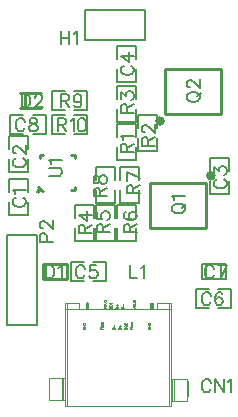
<source format=gto>
G04 ---------------------------- Layer name :TOP SILK LAYER*
G04 EasyEDA v5.8.22, Wed, 26 Dec 2018 05:37:28 GMT*
G04 8ad1f06e4ff34cadb9936333048842b5*
G04 Gerber Generator version 0.2*
G04 Scale: 100 percent, Rotated: No, Reflected: No *
G04 Dimensions in inches *
G04 leading zeros omitted , absolute positions ,2 integer and 4 decimal *
%FSLAX24Y24*%
%MOIN*%
G90*
G70D02*

%ADD10C,0.010000*%
%ADD17C,0.008000*%
%ADD40C,0.004000*%
%ADD41C,0.003937*%
%ADD42C,0.001968*%
%ADD43C,0.007874*%
%ADD44C,0.005080*%
%ADD45C,0.007992*%
%ADD46C,0.015748*%
%ADD47C,0.007000*%

%LPD*%
G54D40*
G01X5660Y196D02*
G01X6210Y196D01*
G54D41*
G01X2140Y0D02*
G01X2140Y3444D01*
G01X5660Y0D02*
G01X5660Y3444D01*
G01X2140Y0D02*
G01X5660Y0D01*
G54D42*
G01X2140Y3236D02*
G01X5660Y3236D01*
G54D40*
G01X6222Y338D02*
G01X6222Y861D01*
G01X6214Y196D02*
G01X6214Y925D01*
G01X1588Y201D02*
G01X2140Y201D01*
G01X1588Y936D02*
G01X2140Y936D01*
G01X1588Y205D02*
G01X1588Y932D01*
G01X2038Y209D02*
G01X2038Y936D01*
G01X5757Y196D02*
G01X5757Y925D01*
G01X2076Y201D02*
G01X2076Y928D01*
G01X5718Y196D02*
G01X5718Y925D01*
G54D41*
G01X2198Y0D02*
G01X2198Y3444D01*
G54D40*
G01X2144Y3444D02*
G01X2613Y3444D01*
G01X5190Y3453D02*
G01X5660Y3453D01*
G01X5190Y3453D02*
G01X5190Y3248D01*
G01X2613Y3444D02*
G01X2613Y3251D01*
G01X5660Y925D02*
G01X6210Y925D01*
G54D41*
G01X5601Y0D02*
G01X5601Y3444D01*
G54D10*
G01X1290Y8273D02*
G01X1290Y8390D01*
G01X1407Y8390D01*
G01X2471Y7328D02*
G01X2471Y7209D01*
G01X2353Y7209D01*
G01X2353Y8390D02*
G01X2471Y8390D01*
G01X2471Y8271D01*
G01X1251Y7328D02*
G01X1407Y7171D01*
G54D43*
G01X915Y6828D02*
G01X915Y6394D01*
G01X284Y6394D01*
G01X284Y6828D01*
G01X915Y7142D02*
G01X915Y7576D01*
G01X521Y7576D01*
G01X284Y7576D01*
G01X284Y7142D01*
G01X284Y8571D02*
G01X284Y9005D01*
G01X915Y9005D01*
G01X915Y8571D01*
G01X284Y8257D02*
G01X284Y7823D01*
G01X678Y7823D01*
G01X915Y7823D01*
G01X915Y8257D01*
G01X7614Y7528D02*
G01X7614Y7094D01*
G01X6985Y7094D01*
G01X6985Y7528D01*
G01X7614Y7842D02*
G01X7614Y8276D01*
G01X7221Y8276D01*
G01X6985Y8276D01*
G01X6985Y7842D01*
G54D10*
G01X6844Y6148D02*
G01X6844Y7450D01*
G01X4955Y7450D01*
G01X4955Y5950D01*
G01X6844Y5950D01*
G01X6844Y6148D01*
G54D43*
G01X3884Y8971D02*
G01X3884Y9405D01*
G01X4514Y9405D01*
G01X4514Y8971D01*
G01X3884Y8657D02*
G01X3884Y8223D01*
G01X4278Y8223D01*
G01X4514Y8223D01*
G01X4514Y8657D01*
G54D10*
G01X5455Y11051D02*
G01X5455Y9750D01*
G01X7344Y9750D01*
G01X7344Y11250D01*
G01X5455Y11250D01*
G01X5455Y11051D01*
G54D43*
G01X4585Y9271D02*
G01X4585Y9705D01*
G01X5214Y9705D01*
G01X5214Y9271D01*
G01X4585Y8957D02*
G01X4585Y8523D01*
G01X4978Y8523D01*
G01X5214Y8523D01*
G01X5214Y8957D01*
G01X4514Y9928D02*
G01X4514Y9494D01*
G01X3884Y9494D01*
G01X3884Y9928D01*
G01X4514Y10242D02*
G01X4514Y10676D01*
G01X4121Y10676D01*
G01X3884Y10676D01*
G01X3884Y10242D01*
G01X3884Y11571D02*
G01X3884Y12005D01*
G01X4514Y12005D01*
G01X4514Y11571D01*
G01X3884Y11257D02*
G01X3884Y10823D01*
G01X4278Y10823D01*
G01X4514Y10823D01*
G01X4514Y11257D01*
G01X3071Y4815D02*
G01X3505Y4815D01*
G01X3505Y4184D01*
G01X3071Y4184D01*
G01X2757Y4815D02*
G01X2323Y4815D01*
G01X2323Y4421D01*
G01X2323Y4184D01*
G01X2757Y4184D01*
G01X6927Y3284D02*
G01X6494Y3284D01*
G01X6494Y3915D01*
G01X6927Y3915D01*
G01X7243Y3284D02*
G01X7676Y3284D01*
G01X7676Y3678D01*
G01X7676Y3915D01*
G01X7243Y3915D01*
G54D44*
G01X6846Y4246D02*
G01X6846Y4753D01*
G01X7353Y4246D02*
G01X7353Y4744D01*
G01X7506Y4246D02*
G01X6693Y4246D01*
G01X6693Y4246D02*
G01X6693Y4753D01*
G01X6693Y4753D02*
G01X7506Y4753D01*
G01X7506Y4753D02*
G01X7506Y4246D01*
G54D43*
G01X2484Y6271D02*
G01X2484Y6705D01*
G01X3115Y6705D01*
G01X3115Y6271D01*
G01X2484Y5957D02*
G01X2484Y5523D01*
G01X2878Y5523D01*
G01X3115Y5523D01*
G01X3115Y5957D01*
G01X3184Y6271D02*
G01X3184Y6705D01*
G01X3815Y6705D01*
G01X3815Y6271D01*
G01X3184Y5957D02*
G01X3184Y5523D01*
G01X3578Y5523D01*
G01X3815Y5523D01*
G01X3815Y5957D01*
G01X3884Y6271D02*
G01X3884Y6705D01*
G01X4514Y6705D01*
G01X4514Y6271D01*
G01X3884Y5957D02*
G01X3884Y5523D01*
G01X4278Y5523D01*
G01X4514Y5523D01*
G01X4514Y5957D01*
G01X4614Y7228D02*
G01X4614Y6794D01*
G01X3984Y6794D01*
G01X3984Y7228D01*
G01X4614Y7542D02*
G01X4614Y7976D01*
G01X4221Y7976D01*
G01X3984Y7976D01*
G01X3984Y7542D01*
G01X3815Y7228D02*
G01X3815Y6794D01*
G01X3184Y6794D01*
G01X3184Y7228D01*
G01X3815Y7542D02*
G01X3815Y7976D01*
G01X3421Y7976D01*
G01X3184Y7976D01*
G01X3184Y7542D01*
G54D10*
G01X1405Y4755D02*
G01X2194Y4755D01*
G01X2194Y4755D02*
G01X2194Y4244D01*
G01X1405Y4244D02*
G01X1405Y4755D01*
G01X2194Y4244D02*
G01X1405Y4244D01*
G54D17*
G01X1200Y4950D02*
G01X1200Y5700D01*
G01X200Y5700D01*
G01X200Y2700D01*
G01X1200Y2700D01*
G54D45*
G01X1200Y2700D02*
G01X1200Y4950D01*
G54D17*
G01X2800Y12200D02*
G01X2800Y13200D01*
G01X4800Y13200D01*
G01X4800Y12200D01*
G01X4050Y12200D01*
G54D45*
G01X2800Y12200D02*
G01X4050Y12200D01*
G54D10*
G01X1350Y9939D02*
G01X1200Y9939D01*
G01X1200Y9939D02*
G01X650Y9939D01*
G01X1350Y10459D02*
G01X1200Y10459D01*
G01X1200Y10459D02*
G01X650Y10459D01*
G01X803Y9963D02*
G01X803Y10444D01*
G54D43*
G01X2127Y9884D02*
G01X1694Y9884D01*
G01X1694Y10515D01*
G01X2127Y10515D01*
G01X2442Y9884D02*
G01X2875Y9884D01*
G01X2875Y10278D01*
G01X2875Y10515D01*
G01X2442Y10515D01*
G01X2127Y9084D02*
G01X1694Y9084D01*
G01X1694Y9715D01*
G01X2127Y9715D01*
G01X2442Y9084D02*
G01X2875Y9084D01*
G01X2875Y9478D01*
G01X2875Y9715D01*
G01X2442Y9715D01*
G01X1057Y9715D02*
G01X1490Y9715D01*
G01X1490Y9084D01*
G01X1057Y9084D01*
G01X742Y9715D02*
G01X309Y9715D01*
G01X309Y9321D01*
G01X309Y9084D01*
G01X742Y9084D01*
G54D47*
G01X7006Y798D02*
G01X6985Y838D01*
G01X6944Y880D01*
G01X6905Y900D01*
G01X6822Y900D01*
G01X6781Y880D01*
G01X6740Y838D01*
G01X6719Y798D01*
G01X6700Y736D01*
G01X6700Y634D01*
G01X6719Y573D01*
G01X6740Y532D01*
G01X6781Y490D01*
G01X6822Y471D01*
G01X6905Y471D01*
G01X6944Y490D01*
G01X6985Y532D01*
G01X7006Y573D01*
G01X7142Y900D02*
G01X7142Y471D01*
G01X7142Y900D02*
G01X7427Y471D01*
G01X7427Y900D02*
G01X7427Y471D01*
G01X7563Y819D02*
G01X7603Y838D01*
G01X7664Y900D01*
G01X7664Y471D01*
G54D42*
G01X4131Y2629D02*
G01X4124Y2625D01*
G01X4117Y2618D01*
G01X4113Y2611D01*
G01X4113Y2596D01*
G01X4117Y2589D01*
G01X4124Y2582D01*
G01X4131Y2579D01*
G01X4142Y2575D01*
G01X4160Y2575D01*
G01X4170Y2579D01*
G01X4177Y2582D01*
G01X4185Y2589D01*
G01X4188Y2596D01*
G01X4188Y2611D01*
G01X4185Y2618D01*
G01X4177Y2625D01*
G01X4170Y2629D01*
G01X4131Y2706D02*
G01X4124Y2702D01*
G01X4117Y2695D01*
G01X4113Y2688D01*
G01X4113Y2674D01*
G01X4117Y2667D01*
G01X4124Y2659D01*
G01X4131Y2656D01*
G01X4142Y2652D01*
G01X4160Y2652D01*
G01X4170Y2656D01*
G01X4177Y2659D01*
G01X4185Y2667D01*
G01X4188Y2674D01*
G01X4188Y2688D01*
G01X4185Y2695D01*
G01X4177Y2702D01*
G01X4170Y2706D01*
G01X4131Y2733D02*
G01X4127Y2733D01*
G01X4120Y2737D01*
G01X4117Y2740D01*
G01X4113Y2748D01*
G01X4113Y2762D01*
G01X4117Y2769D01*
G01X4120Y2773D01*
G01X4127Y2776D01*
G01X4135Y2776D01*
G01X4142Y2773D01*
G01X4152Y2765D01*
G01X4188Y2730D01*
G01X4188Y2780D01*
G01X4301Y2569D02*
G01X4376Y2598D01*
G01X4301Y2626D02*
G01X4376Y2598D01*
G01X4301Y2650D02*
G01X4376Y2650D01*
G01X4337Y2650D02*
G01X4330Y2657D01*
G01X4326Y2664D01*
G01X4326Y2675D01*
G01X4330Y2682D01*
G01X4337Y2689D01*
G01X4348Y2693D01*
G01X4355Y2693D01*
G01X4365Y2689D01*
G01X4373Y2682D01*
G01X4376Y2675D01*
G01X4376Y2664D01*
G01X4373Y2657D01*
G01X4365Y2650D01*
G01X4326Y2716D02*
G01X4362Y2716D01*
G01X4373Y2720D01*
G01X4376Y2727D01*
G01X4376Y2738D01*
G01X4373Y2745D01*
G01X4362Y2756D01*
G01X4326Y2756D02*
G01X4376Y2756D01*
G01X4337Y2819D02*
G01X4330Y2815D01*
G01X4326Y2805D01*
G01X4326Y2794D01*
G01X4330Y2783D01*
G01X4337Y2779D01*
G01X4344Y2783D01*
G01X4348Y2790D01*
G01X4351Y2808D01*
G01X4355Y2815D01*
G01X4362Y2819D01*
G01X4365Y2819D01*
G01X4373Y2815D01*
G01X4376Y2805D01*
G01X4376Y2794D01*
G01X4373Y2783D01*
G01X4365Y2779D01*
G01X3317Y2568D02*
G01X3392Y2597D01*
G01X3317Y2625D02*
G01X3392Y2597D01*
G01X3317Y2649D02*
G01X3392Y2649D01*
G01X3353Y2649D02*
G01X3346Y2656D01*
G01X3342Y2663D01*
G01X3342Y2674D01*
G01X3346Y2681D01*
G01X3353Y2688D01*
G01X3364Y2692D01*
G01X3371Y2692D01*
G01X3381Y2688D01*
G01X3389Y2681D01*
G01X3392Y2674D01*
G01X3392Y2663D01*
G01X3389Y2656D01*
G01X3381Y2649D01*
G01X3342Y2715D02*
G01X3378Y2715D01*
G01X3389Y2719D01*
G01X3392Y2726D01*
G01X3392Y2737D01*
G01X3389Y2744D01*
G01X3378Y2755D01*
G01X3342Y2755D02*
G01X3392Y2755D01*
G01X3353Y2818D02*
G01X3346Y2814D01*
G01X3342Y2804D01*
G01X3342Y2793D01*
G01X3346Y2782D01*
G01X3353Y2778D01*
G01X3360Y2782D01*
G01X3364Y2789D01*
G01X3367Y2807D01*
G01X3371Y2814D01*
G01X3378Y2818D01*
G01X3381Y2818D01*
G01X3389Y2814D01*
G01X3392Y2804D01*
G01X3392Y2793D01*
G01X3389Y2782D01*
G01X3381Y2778D01*
G01X3917Y2582D02*
G01X3992Y2582D01*
G01X3917Y2582D02*
G01X3917Y2607D01*
G01X3921Y2618D01*
G01X3928Y2625D01*
G01X3935Y2629D01*
G01X3946Y2632D01*
G01X3964Y2632D01*
G01X3974Y2629D01*
G01X3981Y2625D01*
G01X3989Y2618D01*
G01X3992Y2607D01*
G01X3992Y2582D01*
G01X3928Y2688D02*
G01X3992Y2688D01*
G01X3960Y2656D02*
G01X3960Y2720D01*
G01X3718Y2582D02*
G01X3793Y2582D01*
G01X3718Y2582D02*
G01X3718Y2607D01*
G01X3722Y2618D01*
G01X3729Y2625D01*
G01X3736Y2629D01*
G01X3747Y2632D01*
G01X3765Y2632D01*
G01X3775Y2629D01*
G01X3782Y2625D01*
G01X3790Y2618D01*
G01X3793Y2607D01*
G01X3793Y2582D01*
G01X3761Y2656D02*
G01X3761Y2720D01*
G01X2752Y2632D02*
G01X2745Y2628D01*
G01X2738Y2621D01*
G01X2734Y2614D01*
G01X2734Y2599D01*
G01X2738Y2592D01*
G01X2745Y2585D01*
G01X2752Y2582D01*
G01X2763Y2578D01*
G01X2781Y2578D01*
G01X2791Y2582D01*
G01X2798Y2585D01*
G01X2806Y2592D01*
G01X2809Y2599D01*
G01X2809Y2614D01*
G01X2806Y2621D01*
G01X2798Y2628D01*
G01X2791Y2632D01*
G01X2781Y2632D01*
G01X2781Y2614D02*
G01X2781Y2632D01*
G01X2734Y2655D02*
G01X2809Y2655D01*
G01X2734Y2655D02*
G01X2809Y2705D01*
G01X2734Y2705D02*
G01X2809Y2705D01*
G01X2734Y2729D02*
G01X2809Y2729D01*
G01X2734Y2729D02*
G01X2734Y2754D01*
G01X2738Y2765D01*
G01X2745Y2772D01*
G01X2752Y2776D01*
G01X2763Y2779D01*
G01X2781Y2779D01*
G01X2791Y2776D01*
G01X2798Y2772D01*
G01X2806Y2765D01*
G01X2809Y2754D01*
G01X2809Y2729D01*
G01X4909Y2636D02*
G01X4902Y2632D01*
G01X4895Y2625D01*
G01X4892Y2618D01*
G01X4892Y2603D01*
G01X4895Y2596D01*
G01X4902Y2589D01*
G01X4909Y2586D01*
G01X4920Y2582D01*
G01X4938Y2582D01*
G01X4949Y2586D01*
G01X4956Y2589D01*
G01X4963Y2596D01*
G01X4967Y2603D01*
G01X4967Y2618D01*
G01X4963Y2625D01*
G01X4956Y2632D01*
G01X4949Y2636D01*
G01X4938Y2636D01*
G01X4938Y2618D02*
G01X4938Y2636D01*
G01X4892Y2659D02*
G01X4967Y2659D01*
G01X4892Y2659D02*
G01X4967Y2709D01*
G01X4892Y2709D02*
G01X4967Y2709D01*
G01X4892Y2733D02*
G01X4967Y2733D01*
G01X4892Y2733D02*
G01X4892Y2758D01*
G01X4895Y2769D01*
G01X4902Y2776D01*
G01X4909Y2780D01*
G01X4920Y2783D01*
G01X4938Y2783D01*
G01X4949Y2780D01*
G01X4956Y2776D01*
G01X4963Y2769D01*
G01X4967Y2758D01*
G01X4967Y2733D01*
G01X3634Y3326D02*
G01X3627Y3322D01*
G01X3620Y3315D01*
G01X3616Y3308D01*
G01X3616Y3293D01*
G01X3620Y3286D01*
G01X3627Y3279D01*
G01X3634Y3276D01*
G01X3645Y3272D01*
G01X3663Y3272D01*
G01X3673Y3276D01*
G01X3680Y3279D01*
G01X3688Y3286D01*
G01X3691Y3293D01*
G01X3691Y3308D01*
G01X3688Y3315D01*
G01X3680Y3322D01*
G01X3673Y3326D01*
G01X3634Y3403D02*
G01X3627Y3399D01*
G01X3620Y3392D01*
G01X3616Y3385D01*
G01X3616Y3371D01*
G01X3620Y3364D01*
G01X3627Y3356D01*
G01X3634Y3353D01*
G01X3645Y3349D01*
G01X3663Y3349D01*
G01X3673Y3353D01*
G01X3680Y3356D01*
G01X3688Y3364D01*
G01X3691Y3371D01*
G01X3691Y3385D01*
G01X3688Y3392D01*
G01X3680Y3399D01*
G01X3673Y3403D01*
G01X3630Y3427D02*
G01X3627Y3434D01*
G01X3616Y3445D01*
G01X3691Y3445D01*
G01X3817Y3272D02*
G01X3892Y3272D01*
G01X3817Y3272D02*
G01X3817Y3297D01*
G01X3821Y3308D01*
G01X3828Y3315D01*
G01X3835Y3319D01*
G01X3846Y3322D01*
G01X3864Y3322D01*
G01X3874Y3319D01*
G01X3881Y3315D01*
G01X3889Y3308D01*
G01X3892Y3297D01*
G01X3892Y3272D01*
G01X3828Y3378D02*
G01X3892Y3378D01*
G01X3860Y3346D02*
G01X3860Y3410D01*
G01X4014Y3270D02*
G01X4089Y3270D01*
G01X4014Y3270D02*
G01X4014Y3295D01*
G01X4018Y3306D01*
G01X4025Y3313D01*
G01X4032Y3317D01*
G01X4043Y3320D01*
G01X4061Y3320D01*
G01X4071Y3317D01*
G01X4078Y3313D01*
G01X4086Y3306D01*
G01X4089Y3295D01*
G01X4089Y3270D01*
G01X4057Y3344D02*
G01X4057Y3408D01*
G01X3422Y3269D02*
G01X3497Y3297D01*
G01X3422Y3326D02*
G01X3497Y3297D01*
G01X3422Y3350D02*
G01X3497Y3350D01*
G01X3422Y3350D02*
G01X3422Y3382D01*
G01X3426Y3393D01*
G01X3429Y3396D01*
G01X3437Y3400D01*
G01X3444Y3400D01*
G01X3451Y3396D01*
G01X3454Y3393D01*
G01X3458Y3382D01*
G01X3458Y3350D02*
G01X3458Y3382D01*
G01X3462Y3393D01*
G01X3465Y3396D01*
G01X3472Y3400D01*
G01X3483Y3400D01*
G01X3490Y3396D01*
G01X3494Y3393D01*
G01X3497Y3382D01*
G01X3497Y3350D01*
G01X3422Y3423D02*
G01X3476Y3423D01*
G01X3487Y3427D01*
G01X3494Y3434D01*
G01X3497Y3445D01*
G01X3497Y3452D01*
G01X3494Y3463D01*
G01X3487Y3470D01*
G01X3476Y3473D01*
G01X3422Y3473D01*
G01X3433Y3547D02*
G01X3426Y3540D01*
G01X3422Y3529D01*
G01X3422Y3515D01*
G01X3426Y3504D01*
G01X3433Y3497D01*
G01X3440Y3497D01*
G01X3447Y3501D01*
G01X3451Y3504D01*
G01X3454Y3511D01*
G01X3462Y3533D01*
G01X3465Y3540D01*
G01X3469Y3544D01*
G01X3476Y3547D01*
G01X3487Y3547D01*
G01X3494Y3540D01*
G01X3497Y3529D01*
G01X3497Y3515D01*
G01X3494Y3504D01*
G01X3487Y3497D01*
G01X4409Y3262D02*
G01X4484Y3290D01*
G01X4409Y3319D02*
G01X4484Y3290D01*
G01X4409Y3343D02*
G01X4484Y3343D01*
G01X4409Y3343D02*
G01X4409Y3375D01*
G01X4413Y3386D01*
G01X4416Y3389D01*
G01X4424Y3393D01*
G01X4431Y3393D01*
G01X4438Y3389D01*
G01X4441Y3386D01*
G01X4445Y3375D01*
G01X4445Y3343D02*
G01X4445Y3375D01*
G01X4449Y3386D01*
G01X4452Y3389D01*
G01X4459Y3393D01*
G01X4470Y3393D01*
G01X4477Y3389D01*
G01X4481Y3386D01*
G01X4484Y3375D01*
G01X4484Y3343D01*
G01X4409Y3416D02*
G01X4463Y3416D01*
G01X4474Y3420D01*
G01X4481Y3427D01*
G01X4484Y3438D01*
G01X4484Y3445D01*
G01X4481Y3456D01*
G01X4474Y3463D01*
G01X4463Y3466D01*
G01X4409Y3466D01*
G01X4420Y3540D02*
G01X4413Y3533D01*
G01X4409Y3522D01*
G01X4409Y3508D01*
G01X4413Y3497D01*
G01X4420Y3490D01*
G01X4427Y3490D01*
G01X4434Y3494D01*
G01X4438Y3497D01*
G01X4441Y3504D01*
G01X4449Y3526D01*
G01X4452Y3533D01*
G01X4456Y3537D01*
G01X4463Y3540D01*
G01X4474Y3540D01*
G01X4481Y3533D01*
G01X4484Y3522D01*
G01X4484Y3508D01*
G01X4481Y3497D01*
G01X4474Y3490D01*
G01X2855Y3321D02*
G01X2848Y3317D01*
G01X2841Y3310D01*
G01X2837Y3303D01*
G01X2837Y3288D01*
G01X2841Y3281D01*
G01X2848Y3274D01*
G01X2855Y3271D01*
G01X2866Y3267D01*
G01X2884Y3267D01*
G01X2894Y3271D01*
G01X2901Y3274D01*
G01X2909Y3281D01*
G01X2912Y3288D01*
G01X2912Y3303D01*
G01X2909Y3310D01*
G01X2901Y3317D01*
G01X2894Y3321D01*
G01X2884Y3321D01*
G01X2884Y3303D02*
G01X2884Y3321D01*
G01X2837Y3344D02*
G01X2912Y3344D01*
G01X2837Y3344D02*
G01X2912Y3394D01*
G01X2837Y3394D02*
G01X2912Y3394D01*
G01X2837Y3418D02*
G01X2912Y3418D01*
G01X2837Y3418D02*
G01X2837Y3443D01*
G01X2841Y3454D01*
G01X2848Y3461D01*
G01X2855Y3465D01*
G01X2866Y3468D01*
G01X2884Y3468D01*
G01X2894Y3465D01*
G01X2901Y3461D01*
G01X2909Y3454D01*
G01X2912Y3443D01*
G01X2912Y3418D01*
G01X5003Y3317D02*
G01X4996Y3313D01*
G01X4989Y3306D01*
G01X4986Y3299D01*
G01X4986Y3284D01*
G01X4989Y3277D01*
G01X4996Y3270D01*
G01X5003Y3267D01*
G01X5014Y3263D01*
G01X5032Y3263D01*
G01X5043Y3267D01*
G01X5050Y3270D01*
G01X5057Y3277D01*
G01X5061Y3284D01*
G01X5061Y3299D01*
G01X5057Y3306D01*
G01X5050Y3313D01*
G01X5043Y3317D01*
G01X5032Y3317D01*
G01X5032Y3299D02*
G01X5032Y3317D01*
G01X4986Y3340D02*
G01X5061Y3340D01*
G01X4986Y3340D02*
G01X5061Y3390D01*
G01X4986Y3390D02*
G01X5061Y3390D01*
G01X4986Y3414D02*
G01X5061Y3414D01*
G01X4986Y3414D02*
G01X4986Y3439D01*
G01X4989Y3450D01*
G01X4996Y3457D01*
G01X5003Y3461D01*
G01X5014Y3464D01*
G01X5032Y3464D01*
G01X5043Y3461D01*
G01X5050Y3457D01*
G01X5057Y3450D01*
G01X5061Y3439D01*
G01X5061Y3414D01*
G54D47*
G01X1600Y7675D02*
G01X1905Y7675D01*
G01X1967Y7695D01*
G01X2009Y7736D01*
G01X2028Y7798D01*
G01X2028Y7839D01*
G01X2009Y7900D01*
G01X1967Y7941D01*
G01X1905Y7961D01*
G01X1600Y7961D01*
G01X1680Y8096D02*
G01X1661Y8137D01*
G01X1600Y8199D01*
G01X2028Y8199D01*
G01X501Y6963D02*
G01X461Y6942D01*
G01X419Y6901D01*
G01X400Y6861D01*
G01X400Y6779D01*
G01X419Y6738D01*
G01X461Y6697D01*
G01X501Y6676D01*
G01X563Y6656D01*
G01X665Y6656D01*
G01X726Y6676D01*
G01X767Y6697D01*
G01X809Y6738D01*
G01X828Y6779D01*
G01X828Y6861D01*
G01X809Y6901D01*
G01X767Y6942D01*
G01X726Y6963D01*
G01X480Y7098D02*
G01X461Y7139D01*
G01X400Y7200D01*
G01X828Y7200D01*
G01X501Y8278D02*
G01X460Y8257D01*
G01X419Y8217D01*
G01X399Y8176D01*
G01X399Y8094D01*
G01X419Y8053D01*
G01X460Y8013D01*
G01X501Y7992D01*
G01X562Y7971D01*
G01X664Y7971D01*
G01X726Y7992D01*
G01X767Y8013D01*
G01X808Y8053D01*
G01X828Y8094D01*
G01X828Y8176D01*
G01X808Y8217D01*
G01X767Y8257D01*
G01X726Y8278D01*
G01X501Y8434D02*
G01X480Y8434D01*
G01X439Y8455D01*
G01X419Y8475D01*
G01X399Y8515D01*
G01X399Y8598D01*
G01X419Y8638D01*
G01X439Y8659D01*
G01X480Y8680D01*
G01X521Y8680D01*
G01X562Y8659D01*
G01X624Y8617D01*
G01X828Y8413D01*
G01X828Y8700D01*
G01X7202Y7578D02*
G01X7160Y7557D01*
G01X7119Y7517D01*
G01X7100Y7476D01*
G01X7100Y7394D01*
G01X7119Y7353D01*
G01X7160Y7313D01*
G01X7202Y7292D01*
G01X7263Y7271D01*
G01X7364Y7271D01*
G01X7427Y7292D01*
G01X7468Y7313D01*
G01X7509Y7353D01*
G01X7528Y7394D01*
G01X7528Y7476D01*
G01X7509Y7517D01*
G01X7468Y7557D01*
G01X7427Y7578D01*
G01X7100Y7755D02*
G01X7100Y7980D01*
G01X7263Y7857D01*
G01X7263Y7917D01*
G01X7284Y7959D01*
G01X7303Y7980D01*
G01X7364Y8000D01*
G01X7406Y8000D01*
G01X7468Y7980D01*
G01X7509Y7938D01*
G01X7528Y7876D01*
G01X7528Y7815D01*
G01X7509Y7755D01*
G01X7488Y7734D01*
G01X7447Y7713D01*
G01X5700Y6558D02*
G01X5720Y6517D01*
G01X5761Y6476D01*
G01X5802Y6455D01*
G01X5863Y6435D01*
G01X5965Y6435D01*
G01X6027Y6455D01*
G01X6068Y6476D01*
G01X6109Y6517D01*
G01X6129Y6558D01*
G01X6129Y6640D01*
G01X6109Y6680D01*
G01X6068Y6721D01*
G01X6027Y6742D01*
G01X5965Y6762D01*
G01X5863Y6762D01*
G01X5802Y6742D01*
G01X5761Y6721D01*
G01X5720Y6680D01*
G01X5700Y6640D01*
G01X5700Y6558D01*
G01X6047Y6619D02*
G01X6170Y6742D01*
G01X5781Y6897D02*
G01X5761Y6938D01*
G01X5700Y7000D01*
G01X6129Y7000D01*
G01X4000Y8476D02*
G01X4428Y8476D01*
G01X4000Y8476D02*
G01X4000Y8659D01*
G01X4019Y8721D01*
G01X4040Y8742D01*
G01X4080Y8761D01*
G01X4121Y8761D01*
G01X4163Y8742D01*
G01X4184Y8721D01*
G01X4203Y8659D01*
G01X4203Y8476D01*
G01X4203Y8619D02*
G01X4428Y8761D01*
G01X4080Y8896D02*
G01X4061Y8938D01*
G01X4000Y9000D01*
G01X4428Y9000D01*
G01X6200Y10273D02*
G01X6220Y10232D01*
G01X6261Y10192D01*
G01X6302Y10171D01*
G01X6363Y10151D01*
G01X6465Y10151D01*
G01X6527Y10171D01*
G01X6568Y10192D01*
G01X6609Y10232D01*
G01X6629Y10273D01*
G01X6629Y10355D01*
G01X6609Y10396D01*
G01X6568Y10436D01*
G01X6527Y10457D01*
G01X6465Y10478D01*
G01X6363Y10478D01*
G01X6302Y10457D01*
G01X6261Y10436D01*
G01X6220Y10396D01*
G01X6200Y10355D01*
G01X6200Y10273D01*
G01X6547Y10334D02*
G01X6670Y10457D01*
G01X6302Y10634D02*
G01X6281Y10634D01*
G01X6240Y10653D01*
G01X6220Y10675D01*
G01X6200Y10715D01*
G01X6200Y10796D01*
G01X6220Y10838D01*
G01X6240Y10859D01*
G01X6281Y10878D01*
G01X6322Y10878D01*
G01X6363Y10859D01*
G01X6425Y10817D01*
G01X6629Y10613D01*
G01X6629Y10900D01*
G01X4700Y8691D02*
G01X5128Y8691D01*
G01X4700Y8691D02*
G01X4700Y8875D01*
G01X4719Y8936D01*
G01X4739Y8957D01*
G01X4781Y8977D01*
G01X4822Y8977D01*
G01X4863Y8957D01*
G01X4884Y8936D01*
G01X4903Y8875D01*
G01X4903Y8691D01*
G01X4903Y8834D02*
G01X5128Y8977D01*
G01X4802Y9133D02*
G01X4781Y9133D01*
G01X4739Y9153D01*
G01X4719Y9174D01*
G01X4700Y9215D01*
G01X4700Y9296D01*
G01X4719Y9337D01*
G01X4739Y9358D01*
G01X4781Y9378D01*
G01X4822Y9378D01*
G01X4863Y9358D01*
G01X4925Y9317D01*
G01X5128Y9112D01*
G01X5128Y9399D01*
G01X4000Y9791D02*
G01X4428Y9791D01*
G01X4000Y9791D02*
G01X4000Y9975D01*
G01X4019Y10036D01*
G01X4040Y10057D01*
G01X4080Y10077D01*
G01X4121Y10077D01*
G01X4163Y10057D01*
G01X4184Y10036D01*
G01X4203Y9975D01*
G01X4203Y9791D01*
G01X4203Y9934D02*
G01X4428Y10077D01*
G01X4000Y10253D02*
G01X4000Y10478D01*
G01X4163Y10356D01*
G01X4163Y10417D01*
G01X4184Y10458D01*
G01X4203Y10478D01*
G01X4264Y10499D01*
G01X4306Y10499D01*
G01X4368Y10478D01*
G01X4409Y10437D01*
G01X4428Y10376D01*
G01X4428Y10315D01*
G01X4409Y10253D01*
G01X4388Y10233D01*
G01X4347Y10212D01*
G01X4101Y11357D02*
G01X4061Y11336D01*
G01X4019Y11296D01*
G01X4000Y11255D01*
G01X4000Y11173D01*
G01X4019Y11132D01*
G01X4061Y11092D01*
G01X4101Y11071D01*
G01X4163Y11051D01*
G01X4264Y11051D01*
G01X4327Y11071D01*
G01X4368Y11092D01*
G01X4409Y11132D01*
G01X4428Y11173D01*
G01X4428Y11255D01*
G01X4409Y11296D01*
G01X4368Y11336D01*
G01X4327Y11357D01*
G01X4000Y11696D02*
G01X4285Y11492D01*
G01X4285Y11800D01*
G01X4000Y11696D02*
G01X4428Y11696D01*
G01X4300Y4700D02*
G01X4300Y4271D01*
G01X4300Y4271D02*
G01X4544Y4271D01*
G01X4680Y4619D02*
G01X4721Y4638D01*
G01X4782Y4700D01*
G01X4782Y4271D01*
G01X2807Y4598D02*
G01X2786Y4638D01*
G01X2744Y4680D01*
G01X2705Y4700D01*
G01X2623Y4700D01*
G01X2582Y4680D01*
G01X2540Y4638D01*
G01X2519Y4598D01*
G01X2500Y4536D01*
G01X2500Y4434D01*
G01X2519Y4373D01*
G01X2540Y4332D01*
G01X2582Y4290D01*
G01X2623Y4271D01*
G01X2705Y4271D01*
G01X2744Y4290D01*
G01X2786Y4332D01*
G01X2807Y4373D01*
G01X3186Y4700D02*
G01X2982Y4700D01*
G01X2961Y4515D01*
G01X2982Y4536D01*
G01X3044Y4557D01*
G01X3105Y4557D01*
G01X3167Y4536D01*
G01X3207Y4496D01*
G01X3228Y4434D01*
G01X3228Y4394D01*
G01X3207Y4332D01*
G01X3167Y4290D01*
G01X3105Y4271D01*
G01X3044Y4271D01*
G01X2982Y4290D01*
G01X2961Y4311D01*
G01X2942Y4353D01*
G01X7006Y3698D02*
G01X6985Y3738D01*
G01X6944Y3780D01*
G01X6905Y3800D01*
G01X6822Y3800D01*
G01X6781Y3780D01*
G01X6740Y3738D01*
G01X6719Y3698D01*
G01X6700Y3636D01*
G01X6700Y3534D01*
G01X6719Y3473D01*
G01X6740Y3432D01*
G01X6781Y3390D01*
G01X6822Y3371D01*
G01X6905Y3371D01*
G01X6944Y3390D01*
G01X6985Y3432D01*
G01X7006Y3473D01*
G01X7386Y3738D02*
G01X7367Y3780D01*
G01X7305Y3800D01*
G01X7264Y3800D01*
G01X7202Y3780D01*
G01X7161Y3719D01*
G01X7142Y3615D01*
G01X7142Y3513D01*
G01X7161Y3432D01*
G01X7202Y3390D01*
G01X7264Y3371D01*
G01X7285Y3371D01*
G01X7346Y3390D01*
G01X7386Y3432D01*
G01X7407Y3494D01*
G01X7407Y3513D01*
G01X7386Y3575D01*
G01X7346Y3615D01*
G01X7285Y3636D01*
G01X7264Y3636D01*
G01X7202Y3615D01*
G01X7161Y3575D01*
G01X7142Y3513D01*
G01X7106Y4597D02*
G01X7085Y4638D01*
G01X7044Y4679D01*
G01X7005Y4699D01*
G01X6922Y4699D01*
G01X6881Y4679D01*
G01X6840Y4638D01*
G01X6819Y4597D01*
G01X6800Y4536D01*
G01X6800Y4434D01*
G01X6819Y4372D01*
G01X6840Y4331D01*
G01X6881Y4290D01*
G01X6922Y4270D01*
G01X7005Y4270D01*
G01X7044Y4290D01*
G01X7085Y4331D01*
G01X7106Y4372D01*
G01X7527Y4699D02*
G01X7323Y4270D01*
G01X7242Y4699D02*
G01X7527Y4699D01*
G01X2600Y5771D02*
G01X3028Y5771D01*
G01X2600Y5771D02*
G01X2600Y5955D01*
G01X2619Y6017D01*
G01X2640Y6038D01*
G01X2680Y6057D01*
G01X2721Y6057D01*
G01X2763Y6038D01*
G01X2784Y6017D01*
G01X2803Y5955D01*
G01X2803Y5771D01*
G01X2803Y5915D02*
G01X3028Y6057D01*
G01X2600Y6398D02*
G01X2886Y6192D01*
G01X2886Y6500D01*
G01X2600Y6398D02*
G01X3028Y6398D01*
G01X3200Y5800D02*
G01X3628Y5800D01*
G01X3200Y5800D02*
G01X3200Y5984D01*
G01X3219Y6044D01*
G01X3240Y6065D01*
G01X3280Y6086D01*
G01X3321Y6086D01*
G01X3363Y6065D01*
G01X3384Y6044D01*
G01X3403Y5984D01*
G01X3403Y5800D01*
G01X3403Y5942D02*
G01X3628Y6086D01*
G01X3200Y6467D02*
G01X3200Y6261D01*
G01X3384Y6242D01*
G01X3363Y6261D01*
G01X3342Y6323D01*
G01X3342Y6384D01*
G01X3363Y6446D01*
G01X3403Y6486D01*
G01X3465Y6507D01*
G01X3505Y6507D01*
G01X3567Y6486D01*
G01X3609Y6446D01*
G01X3628Y6384D01*
G01X3628Y6323D01*
G01X3609Y6261D01*
G01X3588Y6242D01*
G01X3546Y6221D01*
G01X4100Y5800D02*
G01X4528Y5800D01*
G01X4100Y5800D02*
G01X4100Y5984D01*
G01X4119Y6044D01*
G01X4140Y6065D01*
G01X4180Y6086D01*
G01X4222Y6086D01*
G01X4263Y6065D01*
G01X4284Y6044D01*
G01X4303Y5984D01*
G01X4303Y5800D01*
G01X4303Y5942D02*
G01X4528Y6086D01*
G01X4161Y6467D02*
G01X4119Y6446D01*
G01X4100Y6384D01*
G01X4100Y6344D01*
G01X4119Y6282D01*
G01X4180Y6242D01*
G01X4284Y6221D01*
G01X4385Y6221D01*
G01X4468Y6242D01*
G01X4509Y6282D01*
G01X4528Y6344D01*
G01X4528Y6365D01*
G01X4509Y6426D01*
G01X4468Y6467D01*
G01X4406Y6486D01*
G01X4385Y6486D01*
G01X4325Y6467D01*
G01X4284Y6426D01*
G01X4263Y6365D01*
G01X4263Y6344D01*
G01X4284Y6282D01*
G01X4325Y6242D01*
G01X4385Y6221D01*
G01X4200Y7100D02*
G01X4628Y7100D01*
G01X4200Y7100D02*
G01X4200Y7284D01*
G01X4219Y7344D01*
G01X4239Y7365D01*
G01X4281Y7386D01*
G01X4322Y7386D01*
G01X4363Y7365D01*
G01X4384Y7344D01*
G01X4403Y7284D01*
G01X4403Y7100D01*
G01X4403Y7242D02*
G01X4628Y7386D01*
G01X4200Y7807D02*
G01X4628Y7603D01*
G01X4200Y7521D02*
G01X4200Y7807D01*
G01X3099Y7000D02*
G01X3528Y7000D01*
G01X3099Y7000D02*
G01X3099Y7184D01*
G01X3119Y7244D01*
G01X3139Y7265D01*
G01X3180Y7286D01*
G01X3221Y7286D01*
G01X3262Y7265D01*
G01X3283Y7244D01*
G01X3303Y7184D01*
G01X3303Y7000D01*
G01X3303Y7142D02*
G01X3528Y7286D01*
G01X3099Y7523D02*
G01X3119Y7461D01*
G01X3160Y7442D01*
G01X3201Y7442D01*
G01X3242Y7461D01*
G01X3262Y7503D01*
G01X3283Y7584D01*
G01X3303Y7646D01*
G01X3344Y7686D01*
G01X3385Y7707D01*
G01X3446Y7707D01*
G01X3487Y7686D01*
G01X3508Y7667D01*
G01X3528Y7605D01*
G01X3528Y7523D01*
G01X3508Y7461D01*
G01X3487Y7442D01*
G01X3446Y7421D01*
G01X3385Y7421D01*
G01X3344Y7442D01*
G01X3303Y7482D01*
G01X3283Y7544D01*
G01X3262Y7626D01*
G01X3242Y7667D01*
G01X3201Y7686D01*
G01X3160Y7686D01*
G01X3119Y7667D01*
G01X3099Y7605D01*
G01X3099Y7523D01*
G01X1499Y4700D02*
G01X1499Y4271D01*
G01X1499Y4700D02*
G01X1642Y4700D01*
G01X1704Y4680D01*
G01X1744Y4638D01*
G01X1765Y4598D01*
G01X1785Y4536D01*
G01X1785Y4434D01*
G01X1765Y4373D01*
G01X1744Y4332D01*
G01X1704Y4290D01*
G01X1642Y4271D01*
G01X1499Y4271D01*
G01X1920Y4619D02*
G01X1961Y4638D01*
G01X2023Y4700D01*
G01X2023Y4271D01*
G01X1300Y5491D02*
G01X1728Y5491D01*
G01X1300Y5491D02*
G01X1300Y5675D01*
G01X1319Y5736D01*
G01X1340Y5757D01*
G01X1380Y5777D01*
G01X1442Y5777D01*
G01X1484Y5757D01*
G01X1503Y5736D01*
G01X1525Y5675D01*
G01X1525Y5491D01*
G01X1401Y5933D02*
G01X1380Y5933D01*
G01X1340Y5953D01*
G01X1319Y5974D01*
G01X1300Y6015D01*
G01X1300Y6096D01*
G01X1319Y6137D01*
G01X1340Y6158D01*
G01X1380Y6178D01*
G01X1421Y6178D01*
G01X1463Y6158D01*
G01X1525Y6117D01*
G01X1728Y5912D01*
G01X1728Y6199D01*
G01X2000Y12500D02*
G01X2000Y12071D01*
G01X2286Y12500D02*
G01X2286Y12071D01*
G01X2000Y12296D02*
G01X2286Y12296D01*
G01X2421Y12419D02*
G01X2461Y12439D01*
G01X2523Y12500D01*
G01X2523Y12071D01*
G01X700Y10400D02*
G01X700Y9971D01*
G01X700Y10400D02*
G01X842Y10400D01*
G01X905Y10380D01*
G01X944Y10338D01*
G01X965Y10298D01*
G01X986Y10236D01*
G01X986Y10134D01*
G01X965Y10073D01*
G01X944Y10032D01*
G01X905Y9990D01*
G01X842Y9971D01*
G01X700Y9971D01*
G01X1142Y10298D02*
G01X1142Y10319D01*
G01X1161Y10359D01*
G01X1182Y10380D01*
G01X1223Y10400D01*
G01X1305Y10400D01*
G01X1346Y10380D01*
G01X1367Y10359D01*
G01X1386Y10319D01*
G01X1386Y10278D01*
G01X1367Y10236D01*
G01X1326Y10175D01*
G01X1121Y9971D01*
G01X1407Y9971D01*
G01X2000Y10400D02*
G01X2000Y9971D01*
G01X2000Y10400D02*
G01X2184Y10400D01*
G01X2244Y10380D01*
G01X2265Y10359D01*
G01X2286Y10319D01*
G01X2286Y10278D01*
G01X2265Y10236D01*
G01X2244Y10215D01*
G01X2184Y10196D01*
G01X2000Y10196D01*
G01X2142Y10196D02*
G01X2286Y9971D01*
G01X2686Y10257D02*
G01X2667Y10196D01*
G01X2626Y10155D01*
G01X2565Y10134D01*
G01X2544Y10134D01*
G01X2482Y10155D01*
G01X2442Y10196D01*
G01X2421Y10257D01*
G01X2421Y10278D01*
G01X2442Y10338D01*
G01X2482Y10380D01*
G01X2544Y10400D01*
G01X2565Y10400D01*
G01X2626Y10380D01*
G01X2667Y10338D01*
G01X2686Y10257D01*
G01X2686Y10155D01*
G01X2667Y10053D01*
G01X2626Y9990D01*
G01X2565Y9971D01*
G01X2523Y9971D01*
G01X2461Y9990D01*
G01X2442Y10032D01*
G01X1900Y9600D02*
G01X1900Y9171D01*
G01X1900Y9600D02*
G01X2084Y9600D01*
G01X2144Y9580D01*
G01X2165Y9560D01*
G01X2186Y9519D01*
G01X2186Y9478D01*
G01X2165Y9437D01*
G01X2144Y9416D01*
G01X2084Y9396D01*
G01X1900Y9396D01*
G01X2042Y9396D02*
G01X2186Y9171D01*
G01X2321Y9519D02*
G01X2361Y9539D01*
G01X2423Y9600D01*
G01X2423Y9171D01*
G01X2680Y9600D02*
G01X2619Y9580D01*
G01X2578Y9519D01*
G01X2559Y9416D01*
G01X2559Y9355D01*
G01X2578Y9253D01*
G01X2619Y9191D01*
G01X2680Y9171D01*
G01X2721Y9171D01*
G01X2784Y9191D01*
G01X2825Y9253D01*
G01X2844Y9355D01*
G01X2844Y9416D01*
G01X2825Y9519D01*
G01X2784Y9580D01*
G01X2721Y9600D01*
G01X2680Y9600D01*
G01X807Y9498D02*
G01X786Y9538D01*
G01X744Y9580D01*
G01X705Y9600D01*
G01X623Y9600D01*
G01X582Y9580D01*
G01X540Y9538D01*
G01X519Y9498D01*
G01X500Y9436D01*
G01X500Y9334D01*
G01X519Y9273D01*
G01X540Y9232D01*
G01X582Y9190D01*
G01X623Y9171D01*
G01X705Y9171D01*
G01X744Y9190D01*
G01X786Y9232D01*
G01X807Y9273D01*
G01X1044Y9600D02*
G01X982Y9580D01*
G01X961Y9538D01*
G01X961Y9498D01*
G01X982Y9457D01*
G01X1023Y9436D01*
G01X1105Y9415D01*
G01X1167Y9396D01*
G01X1207Y9355D01*
G01X1228Y9313D01*
G01X1228Y9253D01*
G01X1207Y9211D01*
G01X1186Y9190D01*
G01X1126Y9171D01*
G01X1044Y9171D01*
G01X982Y9190D01*
G01X961Y9211D01*
G01X942Y9253D01*
G01X942Y9313D01*
G01X961Y9355D01*
G01X1003Y9396D01*
G01X1065Y9415D01*
G01X1146Y9436D01*
G01X1186Y9457D01*
G01X1207Y9498D01*
G01X1207Y9538D01*
G01X1186Y9580D01*
G01X1126Y9600D01*
G01X1044Y9600D01*
G54D46*
G75*
G01X7000Y7610D02*
G3X6999Y7610I-1J79D01*
G01*
G75*
G01X5300Y9590D02*
G3X5301Y9590I1J-79D01*
G01*
G54D10*
G75*
G01X1290Y7171D02*
G03X1290Y7171I-39J0D01*
G01*
M00*
M02*

</source>
